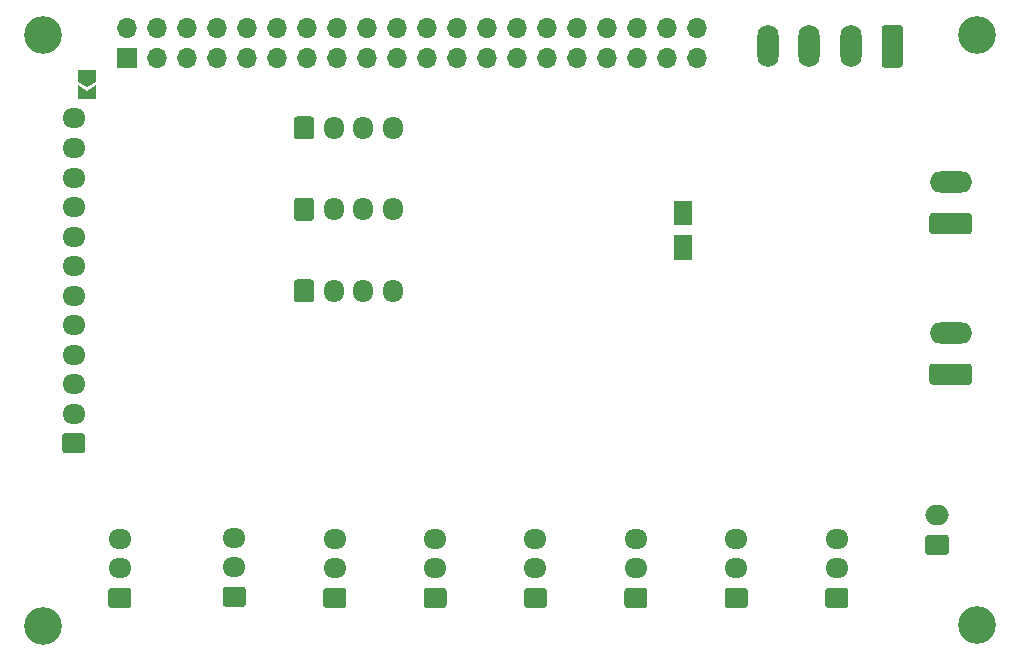
<source format=gbr>
%TF.GenerationSoftware,KiCad,Pcbnew,5.1.9*%
%TF.CreationDate,2021-07-26T21:20:54+02:00*%
%TF.ProjectId,CNCHat,434e4348-6174-42e6-9b69-6361645f7063,rev?*%
%TF.SameCoordinates,Original*%
%TF.FileFunction,Soldermask,Bot*%
%TF.FilePolarity,Negative*%
%FSLAX46Y46*%
G04 Gerber Fmt 4.6, Leading zero omitted, Abs format (unit mm)*
G04 Created by KiCad (PCBNEW 5.1.9) date 2021-07-26 21:20:54*
%MOMM*%
%LPD*%
G01*
G04 APERTURE LIST*
%ADD10O,1.950000X1.700000*%
%ADD11C,3.200000*%
%ADD12C,0.100000*%
%ADD13R,1.500000X1.500000*%
%ADD14O,1.700000X1.700000*%
%ADD15R,1.700000X1.700000*%
%ADD16O,1.700000X1.950000*%
%ADD17O,2.000000X1.700000*%
%ADD18O,1.800000X3.600000*%
%ADD19O,3.600000X1.800000*%
G04 APERTURE END LIST*
D10*
%TO.C,J5*%
X153100000Y-115700000D03*
X153100000Y-118200000D03*
G36*
G01*
X153825000Y-121550000D02*
X152375000Y-121550000D01*
G75*
G02*
X152125000Y-121300000I0J250000D01*
G01*
X152125000Y-120100000D01*
G75*
G02*
X152375000Y-119850000I250000J0D01*
G01*
X153825000Y-119850000D01*
G75*
G02*
X154075000Y-120100000I0J-250000D01*
G01*
X154075000Y-121300000D01*
G75*
G02*
X153825000Y-121550000I-250000J0D01*
G01*
G37*
%TD*%
D11*
%TO.C,REF\u002A\u002A*%
X182000000Y-73000000D03*
%TD*%
%TO.C,REF\u002A\u002A*%
X182000000Y-123000000D03*
%TD*%
%TO.C,REF\u002A\u002A*%
X102920000Y-123100000D03*
%TD*%
%TO.C,REF\u002A\u002A*%
X102920000Y-73000000D03*
%TD*%
D12*
%TO.C,JP2*%
G36*
X106650000Y-77475000D02*
G01*
X105900000Y-76975000D01*
X105900000Y-75975000D01*
X107400000Y-75975000D01*
X107400000Y-76975000D01*
X106650000Y-77475000D01*
G37*
G36*
X105900000Y-78425000D02*
G01*
X105900000Y-77275000D01*
X106650000Y-77775000D01*
X107400000Y-77275000D01*
X107400000Y-78425000D01*
X105900000Y-78425000D01*
G37*
%TD*%
%TO.C,JP1*%
G36*
X157100000Y-88550000D02*
G01*
X156350000Y-88050000D01*
X156350000Y-87050000D01*
X157850000Y-87050000D01*
X157850000Y-88050000D01*
X157100000Y-88550000D01*
G37*
G36*
X157100000Y-90550000D02*
G01*
X157850000Y-91050000D01*
X157850000Y-92050000D01*
X156350000Y-92050000D01*
X156350000Y-91050000D01*
X157100000Y-90550000D01*
G37*
D13*
X157100000Y-90750000D03*
X157100000Y-88350000D03*
%TD*%
D10*
%TO.C,J21*%
X105500000Y-80100000D03*
X105500000Y-82600000D03*
X105500000Y-85100000D03*
X105500000Y-87600000D03*
X105500000Y-90100000D03*
X105500000Y-92600000D03*
X105500000Y-95100000D03*
X105500000Y-97600000D03*
X105500000Y-100100000D03*
X105500000Y-102600000D03*
X105500000Y-105100000D03*
G36*
G01*
X106225000Y-108450000D02*
X104775000Y-108450000D01*
G75*
G02*
X104525000Y-108200000I0J250000D01*
G01*
X104525000Y-107000000D01*
G75*
G02*
X104775000Y-106750000I250000J0D01*
G01*
X106225000Y-106750000D01*
G75*
G02*
X106475000Y-107000000I0J-250000D01*
G01*
X106475000Y-108200000D01*
G75*
G02*
X106225000Y-108450000I-250000J0D01*
G01*
G37*
%TD*%
%TO.C,J15*%
X109400000Y-115700000D03*
X109400000Y-118200000D03*
G36*
G01*
X110125000Y-121550000D02*
X108675000Y-121550000D01*
G75*
G02*
X108425000Y-121300000I0J250000D01*
G01*
X108425000Y-120100000D01*
G75*
G02*
X108675000Y-119850000I250000J0D01*
G01*
X110125000Y-119850000D01*
G75*
G02*
X110375000Y-120100000I0J-250000D01*
G01*
X110375000Y-121300000D01*
G75*
G02*
X110125000Y-121550000I-250000J0D01*
G01*
G37*
%TD*%
D14*
%TO.C,J14*%
X158260000Y-72460000D03*
X158260000Y-75000000D03*
X155720000Y-72460000D03*
X155720000Y-75000000D03*
X153180000Y-72460000D03*
X153180000Y-75000000D03*
X150640000Y-72460000D03*
X150640000Y-75000000D03*
X148100000Y-72460000D03*
X148100000Y-75000000D03*
X145560000Y-72460000D03*
X145560000Y-75000000D03*
X143020000Y-72460000D03*
X143020000Y-75000000D03*
X140480000Y-72460000D03*
X140480000Y-75000000D03*
X137940000Y-72460000D03*
X137940000Y-75000000D03*
X135400000Y-72460000D03*
X135400000Y-75000000D03*
X132860000Y-72460000D03*
X132860000Y-75000000D03*
X130320000Y-72460000D03*
X130320000Y-75000000D03*
X127780000Y-72460000D03*
X127780000Y-75000000D03*
X125240000Y-72460000D03*
X125240000Y-75000000D03*
X122700000Y-72460000D03*
X122700000Y-75000000D03*
X120160000Y-72460000D03*
X120160000Y-75000000D03*
X117620000Y-72460000D03*
X117620000Y-75000000D03*
X115080000Y-72460000D03*
X115080000Y-75000000D03*
X112540000Y-72460000D03*
X112540000Y-75000000D03*
X110000000Y-72460000D03*
D15*
X110000000Y-75000000D03*
%TD*%
D16*
%TO.C,J13*%
X132500000Y-80900000D03*
X130000000Y-80900000D03*
X127500000Y-80900000D03*
G36*
G01*
X124150000Y-81625000D02*
X124150000Y-80175000D01*
G75*
G02*
X124400000Y-79925000I250000J0D01*
G01*
X125600000Y-79925000D01*
G75*
G02*
X125850000Y-80175000I0J-250000D01*
G01*
X125850000Y-81625000D01*
G75*
G02*
X125600000Y-81875000I-250000J0D01*
G01*
X124400000Y-81875000D01*
G75*
G02*
X124150000Y-81625000I0J250000D01*
G01*
G37*
%TD*%
%TO.C,J12*%
X132500000Y-87800000D03*
X130000000Y-87800000D03*
X127500000Y-87800000D03*
G36*
G01*
X124150000Y-88525000D02*
X124150000Y-87075000D01*
G75*
G02*
X124400000Y-86825000I250000J0D01*
G01*
X125600000Y-86825000D01*
G75*
G02*
X125850000Y-87075000I0J-250000D01*
G01*
X125850000Y-88525000D01*
G75*
G02*
X125600000Y-88775000I-250000J0D01*
G01*
X124400000Y-88775000D01*
G75*
G02*
X124150000Y-88525000I0J250000D01*
G01*
G37*
%TD*%
%TO.C,J11*%
X132500000Y-94700000D03*
X130000000Y-94700000D03*
X127500000Y-94700000D03*
G36*
G01*
X124150000Y-95425000D02*
X124150000Y-93975000D01*
G75*
G02*
X124400000Y-93725000I250000J0D01*
G01*
X125600000Y-93725000D01*
G75*
G02*
X125850000Y-93975000I0J-250000D01*
G01*
X125850000Y-95425000D01*
G75*
G02*
X125600000Y-95675000I-250000J0D01*
G01*
X124400000Y-95675000D01*
G75*
G02*
X124150000Y-95425000I0J250000D01*
G01*
G37*
%TD*%
D17*
%TO.C,J8*%
X178600000Y-113700000D03*
G36*
G01*
X179350000Y-117050000D02*
X177850000Y-117050000D01*
G75*
G02*
X177600000Y-116800000I0J250000D01*
G01*
X177600000Y-115600000D01*
G75*
G02*
X177850000Y-115350000I250000J0D01*
G01*
X179350000Y-115350000D01*
G75*
G02*
X179600000Y-115600000I0J-250000D01*
G01*
X179600000Y-116800000D01*
G75*
G02*
X179350000Y-117050000I-250000J0D01*
G01*
G37*
%TD*%
D10*
%TO.C,J7*%
X170100000Y-115700000D03*
X170100000Y-118200000D03*
G36*
G01*
X170825000Y-121550000D02*
X169375000Y-121550000D01*
G75*
G02*
X169125000Y-121300000I0J250000D01*
G01*
X169125000Y-120100000D01*
G75*
G02*
X169375000Y-119850000I250000J0D01*
G01*
X170825000Y-119850000D01*
G75*
G02*
X171075000Y-120100000I0J-250000D01*
G01*
X171075000Y-121300000D01*
G75*
G02*
X170825000Y-121550000I-250000J0D01*
G01*
G37*
%TD*%
%TO.C,J6*%
X161600000Y-115700000D03*
X161600000Y-118200000D03*
G36*
G01*
X162325000Y-121550000D02*
X160875000Y-121550000D01*
G75*
G02*
X160625000Y-121300000I0J250000D01*
G01*
X160625000Y-120100000D01*
G75*
G02*
X160875000Y-119850000I250000J0D01*
G01*
X162325000Y-119850000D01*
G75*
G02*
X162575000Y-120100000I0J-250000D01*
G01*
X162575000Y-121300000D01*
G75*
G02*
X162325000Y-121550000I-250000J0D01*
G01*
G37*
%TD*%
%TO.C,J4*%
X144600000Y-115700000D03*
X144600000Y-118200000D03*
G36*
G01*
X145325000Y-121550000D02*
X143875000Y-121550000D01*
G75*
G02*
X143625000Y-121300000I0J250000D01*
G01*
X143625000Y-120100000D01*
G75*
G02*
X143875000Y-119850000I250000J0D01*
G01*
X145325000Y-119850000D01*
G75*
G02*
X145575000Y-120100000I0J-250000D01*
G01*
X145575000Y-121300000D01*
G75*
G02*
X145325000Y-121550000I-250000J0D01*
G01*
G37*
%TD*%
%TO.C,J3*%
X136100000Y-115700000D03*
X136100000Y-118200000D03*
G36*
G01*
X136825000Y-121550000D02*
X135375000Y-121550000D01*
G75*
G02*
X135125000Y-121300000I0J250000D01*
G01*
X135125000Y-120100000D01*
G75*
G02*
X135375000Y-119850000I250000J0D01*
G01*
X136825000Y-119850000D01*
G75*
G02*
X137075000Y-120100000I0J-250000D01*
G01*
X137075000Y-121300000D01*
G75*
G02*
X136825000Y-121550000I-250000J0D01*
G01*
G37*
%TD*%
%TO.C,J2*%
X127600000Y-115700000D03*
X127600000Y-118200000D03*
G36*
G01*
X128325000Y-121550000D02*
X126875000Y-121550000D01*
G75*
G02*
X126625000Y-121300000I0J250000D01*
G01*
X126625000Y-120100000D01*
G75*
G02*
X126875000Y-119850000I250000J0D01*
G01*
X128325000Y-119850000D01*
G75*
G02*
X128575000Y-120100000I0J-250000D01*
G01*
X128575000Y-121300000D01*
G75*
G02*
X128325000Y-121550000I-250000J0D01*
G01*
G37*
%TD*%
%TO.C,J1*%
X119100000Y-115600000D03*
X119100000Y-118100000D03*
G36*
G01*
X119825000Y-121450000D02*
X118375000Y-121450000D01*
G75*
G02*
X118125000Y-121200000I0J250000D01*
G01*
X118125000Y-120000000D01*
G75*
G02*
X118375000Y-119750000I250000J0D01*
G01*
X119825000Y-119750000D01*
G75*
G02*
X120075000Y-120000000I0J-250000D01*
G01*
X120075000Y-121200000D01*
G75*
G02*
X119825000Y-121450000I-250000J0D01*
G01*
G37*
%TD*%
%TO.C,J9*%
G36*
G01*
X175700000Y-72450000D02*
X175700000Y-75550000D01*
G75*
G02*
X175450000Y-75800000I-250000J0D01*
G01*
X174150000Y-75800000D01*
G75*
G02*
X173900000Y-75550000I0J250000D01*
G01*
X173900000Y-72450000D01*
G75*
G02*
X174150000Y-72200000I250000J0D01*
G01*
X175450000Y-72200000D01*
G75*
G02*
X175700000Y-72450000I0J-250000D01*
G01*
G37*
D18*
X171300000Y-74000000D03*
X167800000Y-74000000D03*
X164300000Y-74000000D03*
%TD*%
D19*
%TO.C,J10*%
X179750000Y-85500000D03*
G36*
G01*
X181300000Y-89900000D02*
X178200000Y-89900000D01*
G75*
G02*
X177950000Y-89650000I0J250000D01*
G01*
X177950000Y-88350000D01*
G75*
G02*
X178200000Y-88100000I250000J0D01*
G01*
X181300000Y-88100000D01*
G75*
G02*
X181550000Y-88350000I0J-250000D01*
G01*
X181550000Y-89650000D01*
G75*
G02*
X181300000Y-89900000I-250000J0D01*
G01*
G37*
%TD*%
%TO.C,J16*%
G36*
G01*
X181300000Y-102650000D02*
X178200000Y-102650000D01*
G75*
G02*
X177950000Y-102400000I0J250000D01*
G01*
X177950000Y-101100000D01*
G75*
G02*
X178200000Y-100850000I250000J0D01*
G01*
X181300000Y-100850000D01*
G75*
G02*
X181550000Y-101100000I0J-250000D01*
G01*
X181550000Y-102400000D01*
G75*
G02*
X181300000Y-102650000I-250000J0D01*
G01*
G37*
X179750000Y-98250000D03*
%TD*%
M02*

</source>
